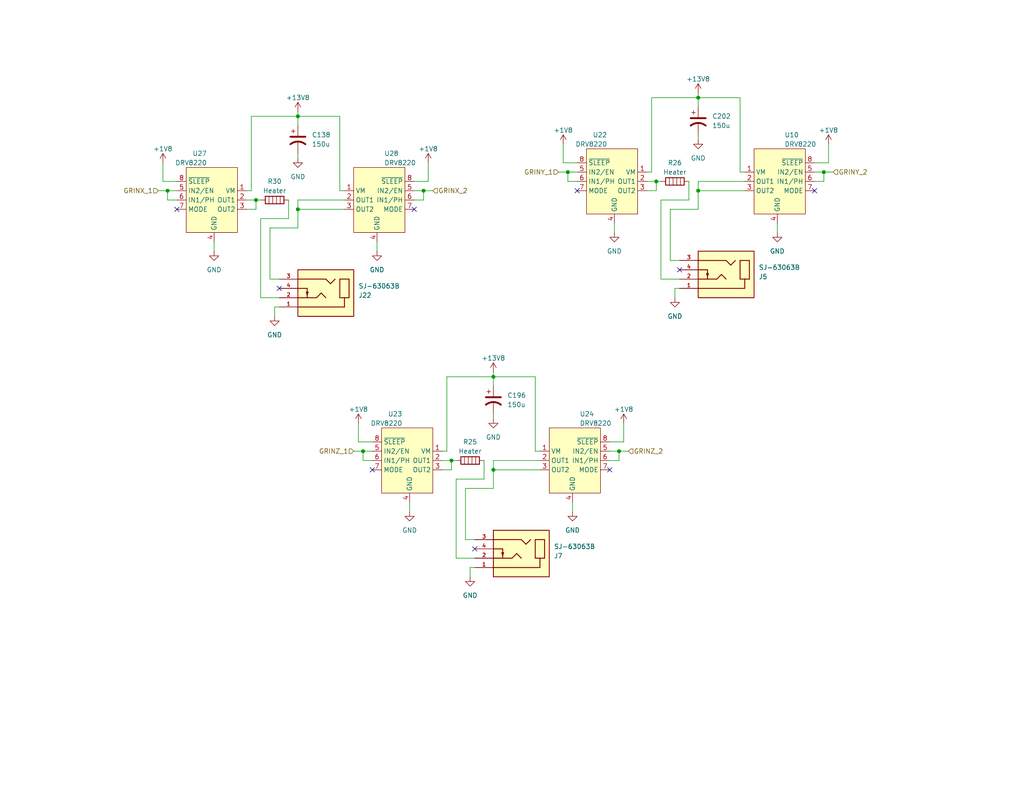
<source format=kicad_sch>
(kicad_sch (version 20250114) (generator "eeschema") (generator_version "9.0")
  (paper "USLetter")
  (title_block (date "2023-12-11"))
  (lib_symbols
    (symbol "BioMEMS:+13V8" (power) (pin_names (offset 0))
      (property "Value" "+13V8" (at 0 3.556 0))
      (symbol "+13V8_0_1"
        (polyline (pts (xy -0.762 1.27) (xy 0 2.54)))
        (polyline (pts (xy 0 2.54) (xy 0.762 1.27)))
        (polyline (pts (xy 0 0) (xy 0 2.54)))
      )
      (symbol "+13V8_1_1"
        (pin power_in line (at 0 0 90) (length 0) (hide yes) (name "+13V8") (number "1"))
      )
    )
    (symbol "BioMEMS:DRV8220"
      (property "Reference" "U" (at -6.35 11.43 0))
      (property "Value" "DRV8220" (at 0 0 0))
      (symbol "DRV8220_1_1"
        (rectangle (start -6.35 8.89) (end 7.62 -8.89) (fill (type background)))
        (pin power_in line (at -8.89 2.54 0) (length 2.54) (name "VM") (number "1"))
        (pin output line (at -8.89 0 0) (length 2.54) (name "OUT1") (number "2"))
        (pin passive line (at -8.89 -2.54 0) (length 2.54) (name "OUT2") (number "3"))
        (pin power_in line (at 0 -11.43 90) (length 2.54) (name "GND") (number "4"))
        (pin passive line (at 0 -11.43 0) (length 0) (hide yes) (name "GND") (number "9"))
        (pin input line (at 10.16 5.08 180) (length 2.54) (name "~{SLEEP}") (number "8"))
        (pin input line (at 10.16 2.54 180) (length 2.54) (name "IN2/EN") (number "5"))
        (pin input line (at 10.16 0 180) (length 2.54) (name "IN1/PH") (number "6"))
        (pin input line (at 10.16 -2.54 180) (length 2.54) (name "MODE") (number "7"))
      )
    )
    (symbol "BioMEMS:SJ-63063B" (pin_names (offset 1.016))
      (property "Reference" "J" (at -7.62 5.842 0))
      (property "Value" "SJ-63063B" (at -7.62 -8.382 0))
      (symbol "SJ-63063B_0_0"
        (rectangle (start -7.62 -7.62) (end 7.62 5.08) (stroke (width 0.254)) (fill (type background)))
        (polyline (pts (xy -6.35 0) (xy -5.08 0)) (stroke (width 0.254)))
        (polyline (pts (xy -6.35 -5.08) (xy -6.35 0)) (stroke (width 0.254)))
        (polyline (pts (xy -5.08 2.54) (xy 7.62 2.54)) (stroke (width 0.254)))
        (polyline (pts (xy -5.08 0) (xy -5.08 2.54)) (stroke (width 0.254)))
        (polyline (pts (xy -5.08 0) (xy -3.81 0)) (stroke (width 0.254)))
        (polyline (pts (xy -3.81 0) (xy -3.81 -5.08)) (stroke (width 0.254)))
        (polyline (pts (xy -3.81 -5.08) (xy -6.35 -5.08)) (stroke (width 0.254)))
        (polyline (pts (xy -2.54 -5.08) (xy -1.27 -3.81)) (stroke (width 0.254)))
        (polyline (pts (xy -1.27 -3.81) (xy 0 -5.08)) (stroke (width 0.254)))
        (polyline (pts (xy 0 0) (xy 1.27 -1.27)) (stroke (width 0.254)))
        (polyline (pts (xy 0 -5.08) (xy 7.62 -5.08)) (stroke (width 0.254)))
        (polyline (pts (xy 1.27 -1.27) (xy 2.54 0)) (stroke (width 0.254)))
        (polyline (pts (xy 2.54 0) (xy 7.62 0)) (stroke (width 0.254)))
        (polyline (pts (xy 5.08 -0.762) (xy 5.334 -1.524) (xy 4.826 -1.524) (xy 5.08 -0.762)) (stroke (width 0.254)) (fill (type outline)))
        (polyline (pts (xy 5.08 -2.54) (xy 5.08 0)) (stroke (width 0.254)))
        (polyline (pts (xy 5.08 -2.54) (xy 7.62 -2.54)) (stroke (width 0.254)))
        (pin passive line (at 12.7 2.54 180) (length 5.08) (name "~") (number "1"))
        (pin passive line (at 12.7 0 180) (length 5.08) (name "~") (number "2"))
        (pin passive line (at 12.7 -2.54 180) (length 5.08) (name "~") (number "4"))
        (pin passive line (at 12.7 -5.08 180) (length 5.08) (name "~") (number "3"))
      )
    )
    (symbol "Device:C_Polarized_US" (pin_numbers (hide yes)) (pin_names (offset 0.254) (hide yes))
      (property "Reference" "C" (at 0.635 2.54 0))
      (property "Value" "C_Polarized_US" (at 0.635 -2.54 0))
      (symbol "C_Polarized_US_0_1"
        (polyline (pts (xy -2.032 0.762) (xy 2.032 0.762)) (stroke (width 0.508)))
        (polyline (pts (xy -1.778 2.286) (xy -0.762 2.286)))
        (polyline (pts (xy -1.27 1.778) (xy -1.27 2.794)))
        (arc (start -2.032 -1.27) (mid 0 -0.5572) (end 2.032 -1.27) (stroke (width 0.508)))
      )
      (symbol "C_Polarized_US_1_1"
        (pin passive line (at 0 3.81 270) (length 2.794) (name "~") (number "1"))
        (pin passive line (at 0 -3.81 90) (length 3.302) (name "~") (number "2"))
      )
    )
    (symbol "Device:Heater" (pin_numbers (hide yes)) (pin_names (offset 0))
      (property "Reference" "R" (at 2.032 0 90))
      (property "Value" "Heater" (at -2.032 0 90))
      (symbol "Heater_0_1"
        (polyline (pts (xy -1.016 1.524) (xy 1.016 1.524)))
        (rectangle (start -1.016 -2.54) (end 1.016 2.54) (stroke (width 0.254)))
        (polyline (pts (xy 1.016 0.508) (xy -1.016 0.508)))
        (polyline (pts (xy 1.016 -0.508) (xy -1.016 -0.508)))
        (polyline (pts (xy 1.016 -1.524) (xy -1.016 -1.524)))
      )
      (symbol "Heater_1_1"
        (pin passive line (at 0 3.81 270) (length 1.27) (name "~") (number "1"))
        (pin passive line (at 0 -3.81 90) (length 1.27) (name "~") (number "2"))
      )
    )
    (symbol "power:+1V8" (power) (pin_names (offset 0))
      (property "Value" "+1V8" (at 0 3.556 0))
      (symbol "+1V8_0_1"
        (polyline (pts (xy -0.762 1.27) (xy 0 2.54)))
        (polyline (pts (xy 0 2.54) (xy 0.762 1.27)))
        (polyline (pts (xy 0 0) (xy 0 2.54)))
      )
      (symbol "+1V8_1_1"
        (pin power_in line (at 0 0 90) (length 0) (hide yes) (name "+1V8") (number "1"))
      )
    )
    (symbol "power:GND" (power) (pin_names (offset 0))
      (property "Value" "GND" (at 0 -3.81 0))
      (symbol "GND_0_1"
        (polyline (pts (xy 0 0) (xy 0 -1.27) (xy 1.27 -1.27) (xy 0 -2.54) (xy -1.27 -1.27) (xy 0 -1.27)))
      )
      (symbol "GND_1_1"
        (pin power_in line (at 0 0 270) (length 0) (hide yes) (name "GND") (number "1"))
      )
    )
  )
  (junction (at 81.28 31.75))
  (junction (at 45.72 52.07))
  (junction (at 154.94 46.99))
  (junction (at 123.19 125.73))
  (junction (at 224.79 46.99))
  (junction (at 134.62 128.27))
  (junction (at 179.07 49.53))
  (junction (at 190.5 26.67))
  (junction (at 134.62 102.87))
  (junction (at 81.28 57.15))
  (junction (at 190.5 52.07))
  (junction (at 115.57 52.07))
  (junction (at 99.06 123.19))
  (junction (at 168.91 123.19))
  (junction (at 69.85 54.61))
  (no_connect (at 113.03 57.15))
  (no_connect (at 185.42 73.66))
  (no_connect (at 48.26 57.15))
  (no_connect (at 129.54 149.86))
  (no_connect (at 166.37 128.27))
  (no_connect (at 157.48 52.07))
  (no_connect (at 101.6 128.27))
  (no_connect (at 222.25 52.07))
  (no_connect (at 76.2 78.74))
  (wire (pts (xy 146.05 123.19) (xy 147.32 123.19)))
  (wire (pts (xy 69.85 54.61) (xy 71.12 54.61)))
  (wire (pts (xy 201.93 46.99) (xy 203.2 46.99)))
  (wire (pts (xy 146.05 102.87) (xy 146.05 123.19)))
  (wire (pts (xy 115.57 52.07) (xy 118.11 52.07)))
  (wire (pts (xy 69.85 57.15) (xy 67.31 57.15)))
  (wire (pts (xy 180.34 76.2) (xy 180.34 54.61)))
  (wire (pts (xy 134.62 101.6) (xy 134.62 102.87)))
  (wire (pts (xy 222.25 49.53) (xy 224.79 49.53)))
  (wire (pts (xy 187.96 49.53) (xy 187.96 54.61)))
  (wire (pts (xy 124.46 152.4) (xy 124.46 130.81)))
  (wire (pts (xy 190.5 52.07) (xy 203.2 52.07)))
  (wire (pts (xy 182.88 71.12) (xy 185.42 71.12)))
  (wire (pts (xy 134.62 113.03) (xy 134.62 114.3)))
  (wire (pts (xy 116.84 44.45) (xy 116.84 49.53)))
  (wire (pts (xy 224.79 46.99) (xy 227.33 46.99)))
  (wire (pts (xy 222.25 46.99) (xy 224.79 46.99)))
  (wire (pts (xy 179.07 52.07) (xy 176.53 52.07)))
  (wire (pts (xy 81.28 62.23) (xy 73.66 62.23)))
  (wire (pts (xy 190.5 52.07) (xy 190.5 49.53)))
  (wire (pts (xy 101.6 125.73) (xy 99.06 125.73)))
  (wire (pts (xy 185.42 76.2) (xy 180.34 76.2)))
  (wire (pts (xy 81.28 57.15) (xy 81.28 54.61)))
  (wire (pts (xy 201.93 26.67) (xy 201.93 46.99)))
  (wire (pts (xy 128.27 154.94) (xy 128.27 157.48)))
  (wire (pts (xy 121.92 123.19) (xy 120.65 123.19)))
  (wire (pts (xy 168.91 123.19) (xy 171.45 123.19)))
  (wire (pts (xy 43.18 52.07) (xy 45.72 52.07)))
  (wire (pts (xy 190.5 26.67) (xy 201.93 26.67)))
  (wire (pts (xy 99.06 125.73) (xy 99.06 123.19)))
  (wire (pts (xy 132.08 125.73) (xy 132.08 130.81)))
  (wire (pts (xy 166.37 123.19) (xy 168.91 123.19)))
  (wire (pts (xy 212.09 60.96) (xy 212.09 63.5)))
  (wire (pts (xy 134.62 125.73) (xy 147.32 125.73)))
  (wire (pts (xy 134.62 128.27) (xy 147.32 128.27)))
  (wire (pts (xy 116.84 49.53) (xy 113.03 49.53)))
  (wire (pts (xy 68.58 31.75) (xy 68.58 52.07)))
  (wire (pts (xy 134.62 102.87) (xy 134.62 105.41)))
  (wire (pts (xy 129.54 154.94) (xy 128.27 154.94)))
  (wire (pts (xy 99.06 123.19) (xy 101.6 123.19)))
  (wire (pts (xy 102.87 66.04) (xy 102.87 68.58)))
  (wire (pts (xy 67.31 54.61) (xy 69.85 54.61)))
  (wire (pts (xy 167.64 60.96) (xy 167.64 63.5)))
  (wire (pts (xy 190.5 49.53) (xy 203.2 49.53)))
  (wire (pts (xy 190.5 57.15) (xy 182.88 57.15)))
  (wire (pts (xy 73.66 76.2) (xy 76.2 76.2)))
  (wire (pts (xy 92.71 31.75) (xy 92.71 52.07)))
  (wire (pts (xy 134.62 133.35) (xy 127 133.35)))
  (wire (pts (xy 152.4 46.99) (xy 154.94 46.99)))
  (wire (pts (xy 58.42 66.04) (xy 58.42 68.58)))
  (wire (pts (xy 224.79 49.53) (xy 224.79 46.99)))
  (wire (pts (xy 134.62 128.27) (xy 134.62 125.73)))
  (wire (pts (xy 123.19 128.27) (xy 120.65 128.27)))
  (wire (pts (xy 69.85 54.61) (xy 69.85 57.15)))
  (wire (pts (xy 81.28 54.61) (xy 93.98 54.61)))
  (wire (pts (xy 92.71 52.07) (xy 93.98 52.07)))
  (wire (pts (xy 182.88 57.15) (xy 182.88 71.12)))
  (wire (pts (xy 190.5 36.83) (xy 190.5 38.1)))
  (wire (pts (xy 74.93 83.82) (xy 74.93 86.36)))
  (wire (pts (xy 81.28 31.75) (xy 92.71 31.75)))
  (wire (pts (xy 226.06 44.45) (xy 222.25 44.45)))
  (wire (pts (xy 123.19 125.73) (xy 123.19 128.27)))
  (wire (pts (xy 44.45 49.53) (xy 48.26 49.53)))
  (wire (pts (xy 81.28 41.91) (xy 81.28 43.18)))
  (wire (pts (xy 154.94 46.99) (xy 157.48 46.99)))
  (wire (pts (xy 170.18 120.65) (xy 166.37 120.65)))
  (wire (pts (xy 166.37 125.73) (xy 168.91 125.73)))
  (wire (pts (xy 154.94 49.53) (xy 154.94 46.99)))
  (wire (pts (xy 81.28 31.75) (xy 68.58 31.75)))
  (wire (pts (xy 129.54 152.4) (xy 124.46 152.4)))
  (wire (pts (xy 120.65 125.73) (xy 123.19 125.73)))
  (wire (pts (xy 190.5 52.07) (xy 190.5 57.15)))
  (wire (pts (xy 123.19 125.73) (xy 124.46 125.73)))
  (wire (pts (xy 76.2 81.28) (xy 71.12 81.28)))
  (wire (pts (xy 156.21 137.16) (xy 156.21 139.7)))
  (wire (pts (xy 185.42 78.74) (xy 184.15 78.74)))
  (wire (pts (xy 113.03 52.07) (xy 115.57 52.07)))
  (wire (pts (xy 81.28 30.48) (xy 81.28 31.75)))
  (wire (pts (xy 127 133.35) (xy 127 147.32)))
  (wire (pts (xy 153.67 44.45) (xy 157.48 44.45)))
  (wire (pts (xy 124.46 130.81) (xy 132.08 130.81)))
  (wire (pts (xy 73.66 62.23) (xy 73.66 76.2)))
  (wire (pts (xy 157.48 49.53) (xy 154.94 49.53)))
  (wire (pts (xy 97.79 120.65) (xy 101.6 120.65)))
  (wire (pts (xy 45.72 52.07) (xy 48.26 52.07)))
  (wire (pts (xy 71.12 81.28) (xy 71.12 59.69)))
  (wire (pts (xy 68.58 52.07) (xy 67.31 52.07)))
  (wire (pts (xy 96.52 123.19) (xy 99.06 123.19)))
  (wire (pts (xy 78.74 54.61) (xy 78.74 59.69)))
  (wire (pts (xy 71.12 59.69) (xy 78.74 59.69)))
  (wire (pts (xy 113.03 54.61) (xy 115.57 54.61)))
  (wire (pts (xy 81.28 31.75) (xy 81.28 34.29)))
  (wire (pts (xy 177.8 26.67) (xy 177.8 46.99)))
  (wire (pts (xy 134.62 102.87) (xy 121.92 102.87)))
  (wire (pts (xy 134.62 102.87) (xy 146.05 102.87)))
  (wire (pts (xy 153.67 39.37) (xy 153.67 44.45)))
  (wire (pts (xy 45.72 54.61) (xy 45.72 52.07)))
  (wire (pts (xy 111.76 137.16) (xy 111.76 139.7)))
  (wire (pts (xy 190.5 25.4) (xy 190.5 26.67)))
  (wire (pts (xy 115.57 54.61) (xy 115.57 52.07)))
  (wire (pts (xy 226.06 39.37) (xy 226.06 44.45)))
  (wire (pts (xy 179.07 49.53) (xy 180.34 49.53)))
  (wire (pts (xy 180.34 54.61) (xy 187.96 54.61)))
  (wire (pts (xy 76.2 83.82) (xy 74.93 83.82)))
  (wire (pts (xy 97.79 115.57) (xy 97.79 120.65)))
  (wire (pts (xy 81.28 57.15) (xy 93.98 57.15)))
  (wire (pts (xy 190.5 26.67) (xy 190.5 29.21)))
  (wire (pts (xy 184.15 78.74) (xy 184.15 81.28)))
  (wire (pts (xy 134.62 128.27) (xy 134.62 133.35)))
  (wire (pts (xy 48.26 54.61) (xy 45.72 54.61)))
  (wire (pts (xy 44.45 44.45) (xy 44.45 49.53)))
  (wire (pts (xy 127 147.32) (xy 129.54 147.32)))
  (wire (pts (xy 176.53 49.53) (xy 179.07 49.53)))
  (wire (pts (xy 179.07 49.53) (xy 179.07 52.07)))
  (wire (pts (xy 170.18 115.57) (xy 170.18 120.65)))
  (wire (pts (xy 177.8 46.99) (xy 176.53 46.99)))
  (wire (pts (xy 190.5 26.67) (xy 177.8 26.67)))
  (wire (pts (xy 168.91 125.73) (xy 168.91 123.19)))
  (wire (pts (xy 121.92 102.87) (xy 121.92 123.19)))
  (wire (pts (xy 81.28 57.15) (xy 81.28 62.23)))
  (hierarchical_label "GRINY_2" (shape input) (at 227.33 46.99 0))
  (hierarchical_label "GRINX_2" (shape input) (at 118.11 52.07 0))
  (hierarchical_label "GRINY_1" (shape input) (at 152.4 46.99 180))
  (hierarchical_label "GRINZ_1" (shape input) (at 96.52 123.19 180))
  (hierarchical_label "GRINX_1" (shape input) (at 43.18 52.07 180))
  (hierarchical_label "GRINZ_2" (shape input) (at 171.45 123.19 0))
  (symbol (lib_id "BioMEMS:+13V8") (at 81.28 30.48 0) (unit 1)
    (property "Reference" "#PWR0301" (effects (hide yes)))
    (property "Value" "+13V8" (at 81.28 26.67 0))
  )
  (symbol (lib_id "BioMEMS:DRV8220") (at 58.42 54.61 0) (mirror y) (unit 1)
    (property "Reference" "U27" (at 56.4641 41.91 0) (effects (justify left)))
    (property "Value" "DRV8220" (at 56.4641 44.45 0) (effects (justify left)))
    (property "Footprint" "Package_SON:WSON-8-1EP_2x2mm_P0.5mm_EP0.9x1.6mm" (effects (hide yes)))
    (property "Datasheet" "https://www.ti.com/lit/ds/slvsfu5b/slvsfu5b.pdf?ts=1709167925949" (effects (hide yes)))
    (property "MPN" "DRV8220DSGRCT" (effects (hide yes)))
  )
  (symbol (lib_id "Device:Heater") (at 184.15 49.53 90) (unit 1)
    (property "Reference" "R26" (at 184.15 44.45 90))
    (property "Value" "Heater" (at 184.15 46.99 90))
    (property "Footprint" "BioMEMS:TO-220-2_BottomHeatsink" (effects (hide yes)))
    (property "MPN" "PWR221T-30-5R00J " (effects (hide yes)))
  )
  (symbol (lib_id "power:GND") (at 212.09 63.5 0) (unit 1)
    (property "Reference" "#PWR0285" (effects (hide yes)))
    (property "Value" "GND" (at 212.09 68.58 0))
  )
  (symbol (lib_id "BioMEMS:+13V8") (at 190.5 25.4 0) (unit 1)
    (property "Reference" "#PWR0304" (effects (hide yes)))
    (property "Value" "+13V8" (at 190.5 21.59 0))
  )
  (symbol (lib_id "BioMEMS:DRV8220") (at 156.21 125.73 0) (unit 1)
    (property "Reference" "U24" (at 158.1659 113.03 0) (effects (justify left)))
    (property "Value" "DRV8220" (at 158.1659 115.57 0) (effects (justify left)))
    (property "Footprint" "Package_SON:WSON-8-1EP_2x2mm_P0.5mm_EP0.9x1.6mm" (effects (hide yes)))
    (property "Datasheet" "https://www.ti.com/lit/ds/slvsfu5b/slvsfu5b.pdf?ts=1709167925949" (effects (hide yes)))
    (property "MPN" "DRV8220DSGRCT" (effects (hide yes)))
  )
  (symbol (lib_id "Device:Heater") (at 128.27 125.73 90) (unit 1)
    (property "Reference" "R25" (at 128.27 120.65 90))
    (property "Value" "Heater" (at 128.27 123.19 90))
    (property "Footprint" "BioMEMS:TO-220-2_BottomHeatsink" (effects (hide yes)))
    (property "MPN" "PWR221T-30-5R00J " (effects (hide yes)))
  )
  (symbol (lib_id "power:GND") (at 102.87 68.58 0) (unit 1)
    (property "Reference" "#PWR0228" (effects (hide yes)))
    (property "Value" "GND" (at 102.87 73.66 0))
  )
  (symbol (lib_id "BioMEMS:DRV8220") (at 212.09 49.53 0) (unit 1)
    (property "Reference" "U10" (at 214.0459 36.83 0) (effects (justify left)))
    (property "Value" "DRV8220" (at 214.0459 39.37 0) (effects (justify left)))
    (property "Footprint" "Package_SON:WSON-8-1EP_2x2mm_P0.5mm_EP0.9x1.6mm" (effects (hide yes)))
    (property "Datasheet" "https://www.ti.com/lit/ds/slvsfu5b/slvsfu5b.pdf?ts=1709167925949" (effects (hide yes)))
    (property "MPN" "DRV8220DSGRCT" (effects (hide yes)))
  )
  (symbol (lib_id "power:GND") (at 190.5 38.1 0) (mirror y) (unit 1)
    (property "Reference" "#PWR0305" (effects (hide yes)))
    (property "Value" "GND" (at 190.5 43.18 0))
  )
  (symbol (lib_id "power:GND") (at 74.93 86.36 0) (unit 1)
    (property "Reference" "#PWR0248" (effects (hide yes)))
    (property "Value" "GND" (at 74.93 91.44 0))
  )
  (symbol (lib_id "power:GND") (at 81.28 43.18 0) (mirror y) (unit 1)
    (property "Reference" "#PWR0246" (effects (hide yes)))
    (property "Value" "GND" (at 81.28 48.26 0))
  )
  (symbol (lib_id "power:+1V8") (at 226.06 39.37 0) (unit 1)
    (property "Reference" "#PWR0310" (effects (hide yes)))
    (property "Value" "+1V8" (at 226.06 35.56 0))
  )
  (symbol (lib_id "power:+1V8") (at 153.67 39.37 0) (mirror y) (unit 1)
    (property "Reference" "#PWR0311" (effects (hide yes)))
    (property "Value" "+1V8" (at 153.67 35.56 0))
  )
  (symbol (lib_id "BioMEMS:DRV8220") (at 102.87 54.61 0) (unit 1)
    (property "Reference" "U28" (at 104.8259 41.91 0) (effects (justify left)))
    (property "Value" "DRV8220" (at 104.8259 44.45 0) (effects (justify left)))
    (property "Footprint" "Package_SON:WSON-8-1EP_2x2mm_P0.5mm_EP0.9x1.6mm" (effects (hide yes)))
    (property "Datasheet" "https://www.ti.com/lit/ds/slvsfu5b/slvsfu5b.pdf?ts=1709167925949" (effects (hide yes)))
    (property "MPN" "DRV8220DSGRCT" (effects (hide yes)))
  )
  (symbol (lib_id "power:GND") (at 58.42 68.58 0) (mirror y) (unit 1)
    (property "Reference" "#PWR0221" (effects (hide yes)))
    (property "Value" "GND" (at 58.42 73.66 0))
  )
  (symbol (lib_id "power:+1V8") (at 97.79 115.57 0) (mirror y) (unit 1)
    (property "Reference" "#PWR0283" (effects (hide yes)))
    (property "Value" "+1V8" (at 97.79 111.76 0))
  )
  (symbol (lib_id "power:+1V8") (at 170.18 115.57 0) (unit 1)
    (property "Reference" "#PWR0309" (effects (hide yes)))
    (property "Value" "+1V8" (at 170.18 111.76 0))
  )
  (symbol (lib_id "power:GND") (at 184.15 81.28 0) (unit 1)
    (property "Reference" "#PWR0306" (effects (hide yes)))
    (property "Value" "GND" (at 184.15 86.36 0))
  )
  (symbol (lib_id "power:GND") (at 134.62 114.3 0) (mirror y) (unit 1)
    (property "Reference" "#PWR0303" (effects (hide yes)))
    (property "Value" "GND" (at 134.62 119.38 0))
  )
  (symbol (lib_id "Device:C_Polarized_US") (at 190.5 33.02 0) (unit 1)
    (property "Reference" "C202" (at 194.31 31.75 0) (effects (justify left)))
    (property "Value" "150u" (at 194.31 34.29 0) (effects (justify left)))
    (property "Footprint" "Capacitor_SMD:CP_Elec_6.3x5.8" (effects (hide yes)))
    (property "MPN" "875585344003" (effects (hide yes)))
  )
  (symbol (lib_id "power:+1V8") (at 44.45 44.45 0) (mirror y) (unit 1)
    (property "Reference" "#PWR0308" (effects (hide yes)))
    (property "Value" "+1V8" (at 44.45 40.64 0))
  )
  (symbol (lib_id "BioMEMS:DRV8220") (at 111.76 125.73 0) (mirror y) (unit 1)
    (property "Reference" "U23" (at 109.8041 113.03 0) (effects (justify left)))
    (property "Value" "DRV8220" (at 109.8041 115.57 0) (effects (justify left)))
    (property "Footprint" "Package_SON:WSON-8-1EP_2x2mm_P0.5mm_EP0.9x1.6mm" (effects (hide yes)))
    (property "Datasheet" "https://www.ti.com/lit/ds/slvsfu5b/slvsfu5b.pdf?ts=1709167925949" (effects (hide yes)))
    (property "MPN" "DRV8220DSGRCT" (effects (hide yes)))
  )
  (symbol (lib_id "power:+1V8") (at 116.84 44.45 0) (unit 1)
    (property "Reference" "#PWR0282" (effects (hide yes)))
    (property "Value" "+1V8" (at 116.84 40.64 0))
  )
  (symbol (lib_id "BioMEMS:SJ-63063B") (at 198.12 76.2 180) (unit 1)
    (property "Reference" "J5" (at 207.01 75.565 0) (effects (justify right)))
    (property "Value" "SJ-63063B" (at 207.01 73.025 0) (effects (justify right)))
    (property "Footprint" "BioMEMS:SJ-63063B" (effects (hide yes)))
    (property "Datasheet" "https://www.cuidevices.com/product/resource/sj-6306.pdf" (effects (hide yes)))
    (property "MPN" "SJ-63063B" (effects (hide yes)))
  )
  (symbol (lib_id "power:GND") (at 128.27 157.48 0) (unit 1)
    (property "Reference" "#PWR0307" (effects (hide yes)))
    (property "Value" "GND" (at 128.27 162.56 0))
  )
  (symbol (lib_id "power:GND") (at 111.76 139.7 0) (mirror y) (unit 1)
    (property "Reference" "#PWR0245" (effects (hide yes)))
    (property "Value" "GND" (at 111.76 144.78 0))
  )
  (symbol (lib_id "Device:C_Polarized_US") (at 81.28 38.1 0) (unit 1)
    (property "Reference" "C138" (at 85.09 36.83 0) (effects (justify left)))
    (property "Value" "150u" (at 85.09 39.37 0) (effects (justify left)))
    (property "Footprint" "Capacitor_SMD:CP_Elec_6.3x5.8" (effects (hide yes)))
    (property "MPN" "875585344003" (effects (hide yes)))
  )
  (symbol (lib_id "BioMEMS:DRV8220") (at 167.64 49.53 0) (mirror y) (unit 1)
    (property "Reference" "U22" (at 165.6841 36.83 0) (effects (justify left)))
    (property "Value" "DRV8220" (at 165.6841 39.37 0) (effects (justify left)))
    (property "Footprint" "Package_SON:WSON-8-1EP_2x2mm_P0.5mm_EP0.9x1.6mm" (effects (hide yes)))
    (property "Datasheet" "https://www.ti.com/lit/ds/slvsfu5b/slvsfu5b.pdf?ts=1709167925949" (effects (hide yes)))
    (property "MPN" "DRV8220DSGRCT" (effects (hide yes)))
  )
  (symbol (lib_id "BioMEMS:+13V8") (at 134.62 101.6 0) (unit 1)
    (property "Reference" "#PWR0302" (effects (hide yes)))
    (property "Value" "+13V8" (at 134.62 97.79 0))
  )
  (symbol (lib_id "power:GND") (at 167.64 63.5 0) (mirror y) (unit 1)
    (property "Reference" "#PWR0284" (effects (hide yes)))
    (property "Value" "GND" (at 167.64 68.58 0))
  )
  (symbol (lib_id "BioMEMS:SJ-63063B") (at 88.9 81.28 180) (unit 1)
    (property "Reference" "J22" (at 97.79 80.645 0) (effects (justify right)))
    (property "Value" "SJ-63063B" (at 97.79 78.105 0) (effects (justify right)))
    (property "Footprint" "BioMEMS:SJ-63063B" (effects (hide yes)))
    (property "Datasheet" "https://www.cuidevices.com/product/resource/sj-6306.pdf" (effects (hide yes)))
    (property "MPN" "SJ-63063B" (effects (hide yes)))
  )
  (symbol (lib_id "power:GND") (at 156.21 139.7 0) (unit 1)
    (property "Reference" "#PWR0244" (effects (hide yes)))
    (property "Value" "GND" (at 156.21 144.78 0))
  )
  (symbol (lib_id "Device:Heater") (at 74.93 54.61 90) (unit 1)
    (property "Reference" "R30" (at 74.93 49.53 90))
    (property "Value" "Heater" (at 74.93 52.07 90))
    (property "Footprint" "BioMEMS:TO-220-2_BottomHeatsink" (effects (hide yes)))
    (property "MPN" "PWR221T-30-5R00J " (effects (hide yes)))
  )
  (symbol (lib_id "Device:C_Polarized_US") (at 134.62 109.22 0) (unit 1)
    (property "Reference" "C196" (at 138.43 107.95 0) (effects (justify left)))
    (property "Value" "150u" (at 138.43 110.49 0) (effects (justify left)))
    (property "Footprint" "Capacitor_SMD:CP_Elec_6.3x5.8" (effects (hide yes)))
    (property "MPN" "875585344003" (effects (hide yes)))
  )
  (symbol (lib_id "BioMEMS:SJ-63063B") (at 142.24 152.4 180) (unit 1)
    (property "Reference" "J7" (at 151.13 151.765 0) (effects (justify right)))
    (property "Value" "SJ-63063B" (at 151.13 149.225 0) (effects (justify right)))
    (property "Footprint" "BioMEMS:SJ-63063B" (effects (hide yes)))
    (property "Datasheet" "https://www.cuidevices.com/product/resource/sj-6306.pdf" (effects (hide yes)))
    (property "MPN" "SJ-63063B" (effects (hide yes)))
  )
)
</source>
